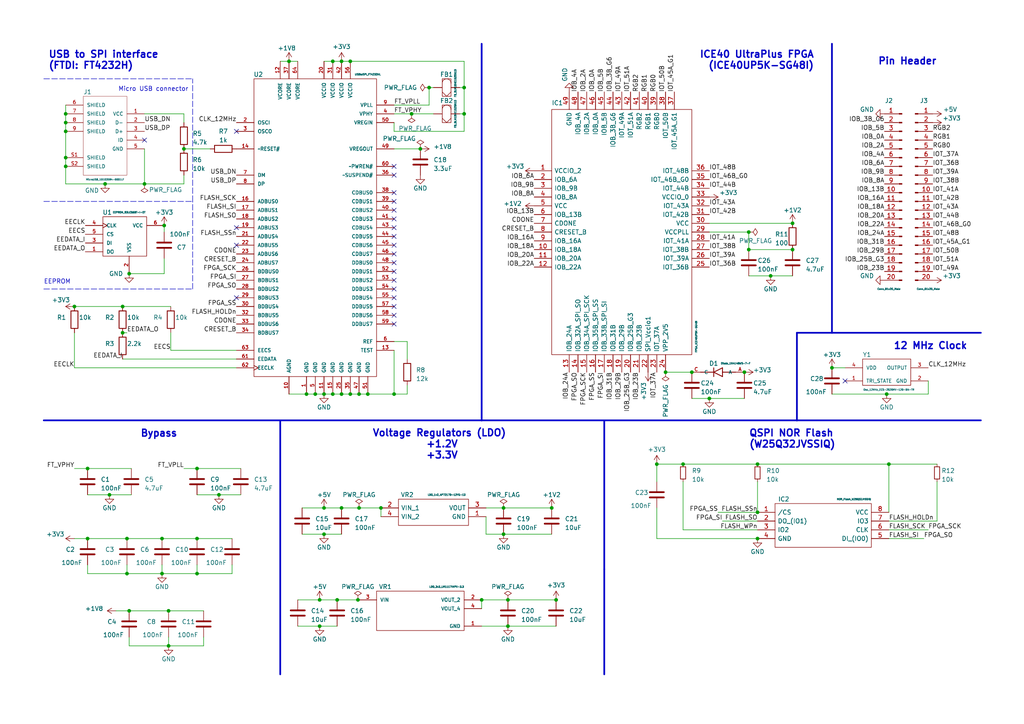
<source format=kicad_sch>
(kicad_sch (version 20210615) (generator eeschema)
  (paper "A4")
  (title_block (title "NB3 Hindbrain (FPGA) Board") (date "2021-07-09") (rev "0.0.1") (company "Voight-Kampff"))
  (junction (at 19.05 33.02) (diameter 0.9144))
  (junction (at 19.05 35.56) (diameter 0.9144))
  (junction (at 19.05 38.1) (diameter 0.9144))
  (junction (at 19.05 45.72) (diameter 0.9144))
  (junction (at 19.05 48.26) (diameter 0.9144))
  (junction (at 21.59 88.9) (diameter 0.9144))
  (junction (at 25.4 135.89) (diameter 0.9144))
  (junction (at 25.4 156.21) (diameter 0.9144))
  (junction (at 30.48 53.34) (diameter 0.9144))
  (junction (at 31.75 143.51) (diameter 0.9144))
  (junction (at 35.56 88.9) (diameter 0.9144))
  (junction (at 35.56 96.52) (diameter 0.9144))
  (junction (at 36.83 156.21) (diameter 0.9144))
  (junction (at 36.83 166.37) (diameter 0.9144))
  (junction (at 37.465 79.375) (diameter 0.9144))
  (junction (at 37.465 177.165) (diameter 0.9144))
  (junction (at 41.91 53.34) (diameter 0.9144))
  (junction (at 46.99 156.21) (diameter 0.9144))
  (junction (at 46.99 166.37) (diameter 0.9144))
  (junction (at 47.625 65.405) (diameter 0.9144))
  (junction (at 48.895 177.165) (diameter 0.9144))
  (junction (at 48.895 187.325) (diameter 0.9144))
  (junction (at 53.34 43.18) (diameter 0.9144))
  (junction (at 57.15 135.89) (diameter 0.9144))
  (junction (at 57.15 156.21) (diameter 0.9144))
  (junction (at 57.15 166.37) (diameter 0.9144))
  (junction (at 63.5 143.51) (diameter 0.9144))
  (junction (at 83.82 17.78) (diameter 0.9144))
  (junction (at 88.9 114.3) (diameter 0.9144))
  (junction (at 91.44 114.3) (diameter 0.9144))
  (junction (at 92.71 173.99) (diameter 0.9144))
  (junction (at 92.71 181.61) (diameter 0.9144))
  (junction (at 93.98 114.3) (diameter 0.9144))
  (junction (at 93.98 147.32) (diameter 0.9144))
  (junction (at 93.98 154.94) (diameter 0.9144))
  (junction (at 96.52 17.78) (diameter 0.9144))
  (junction (at 96.52 114.3) (diameter 0.9144))
  (junction (at 97.79 173.99) (diameter 0.9144))
  (junction (at 99.06 17.78) (diameter 0.9144))
  (junction (at 99.06 114.3) (diameter 0.9144))
  (junction (at 99.06 147.32) (diameter 0.9144))
  (junction (at 101.6 17.78) (diameter 0.9144))
  (junction (at 101.6 114.3) (diameter 0.9144))
  (junction (at 103.8148 173.99) (diameter 0.9144))
  (junction (at 104.14 114.3) (diameter 0.9144))
  (junction (at 104.14 147.32) (diameter 0.9144))
  (junction (at 106.68 114.3) (diameter 0.9144))
  (junction (at 110.49 147.32) (diameter 0.9144))
  (junction (at 114.3 114.3) (diameter 0.9144))
  (junction (at 119.38 33.02) (diameter 0.9144))
  (junction (at 121.92 43.18) (diameter 0.9144))
  (junction (at 124.46 25.4) (diameter 0.9144))
  (junction (at 134.62 25.4) (diameter 0.9144))
  (junction (at 134.62 33.02) (diameter 0.9144))
  (junction (at 139.7 173.99) (diameter 0.9144))
  (junction (at 146.05 147.32) (diameter 0.9144))
  (junction (at 146.05 154.94) (diameter 0.9144))
  (junction (at 147.32 173.99) (diameter 0.9144))
  (junction (at 147.32 181.61) (diameter 0.9144))
  (junction (at 160.02 147.32) (diameter 0.9144))
  (junction (at 161.29 173.99) (diameter 0.9144))
  (junction (at 190.5 134.62) (diameter 0.9144))
  (junction (at 193.04 107.95) (diameter 0.9144))
  (junction (at 198.12 134.62) (diameter 0.9144))
  (junction (at 200.66 107.95) (diameter 0.9144))
  (junction (at 205.74 115.57) (diameter 0.9144))
  (junction (at 215.9 107.95) (diameter 0.9144))
  (junction (at 217.17 67.31) (diameter 0.9144))
  (junction (at 217.17 72.39) (diameter 0.9144))
  (junction (at 219.71 134.62) (diameter 0.9144))
  (junction (at 219.71 148.59) (diameter 0.9144))
  (junction (at 219.71 156.21) (diameter 0.9144))
  (junction (at 223.52 80.01) (diameter 0.9144))
  (junction (at 229.87 64.77) (diameter 0.9144))
  (junction (at 229.87 72.39) (diameter 0.9144))
  (junction (at 241.3 106.68) (diameter 0.9144))
  (junction (at 257.175 114.3) (diameter 0.9144))
  (junction (at 257.81 134.62) (diameter 0.9144))
  (no_connect (at 41.91 40.64))
  (no_connect (at 68.58 38.1))
  (no_connect (at 68.58 66.04))
  (no_connect (at 68.58 71.12))
  (no_connect (at 68.58 86.36))
  (no_connect (at 114.3 48.26))
  (no_connect (at 114.3 50.8))
  (no_connect (at 114.3 55.88))
  (no_connect (at 114.3 58.42))
  (no_connect (at 114.3 60.96))
  (no_connect (at 114.3 63.5))
  (no_connect (at 114.3 66.04))
  (no_connect (at 114.3 68.58))
  (no_connect (at 114.3 71.12))
  (no_connect (at 114.3 73.66))
  (no_connect (at 114.3 76.2))
  (no_connect (at 114.3 78.74))
  (no_connect (at 114.3 81.28))
  (no_connect (at 114.3 83.82))
  (no_connect (at 114.3 86.36))
  (no_connect (at 114.3 88.9))
  (no_connect (at 114.3 91.44))
  (no_connect (at 114.3 93.98))
  (no_connect (at 245.11 110.49))
  (wire (pts (xy 19.05 30.48) (xy 19.05 33.02)))
  (wire (pts (xy 19.05 33.02) (xy 19.05 35.56)))
  (wire (pts (xy 19.05 35.56) (xy 19.05 38.1)))
  (wire (pts (xy 19.05 38.1) (xy 19.05 45.72)))
  (wire (pts (xy 19.05 45.72) (xy 19.05 48.26)))
  (wire (pts (xy 19.05 48.26) (xy 19.05 53.34)))
  (wire (pts (xy 19.05 53.34) (xy 30.48 53.34)))
  (wire (pts (xy 21.59 88.9) (xy 35.56 88.9)))
  (wire (pts (xy 21.59 96.52) (xy 21.59 106.68)))
  (wire (pts (xy 21.59 106.68) (xy 68.58 106.68)))
  (wire (pts (xy 21.59 135.89) (xy 25.4 135.89)))
  (wire (pts (xy 21.59 156.21) (xy 25.4 156.21)))
  (wire (pts (xy 25.4 135.89) (xy 38.1 135.89)))
  (wire (pts (xy 25.4 143.51) (xy 31.75 143.51)))
  (wire (pts (xy 25.4 156.21) (xy 36.83 156.21)))
  (wire (pts (xy 25.4 163.83) (xy 25.4 166.37)))
  (wire (pts (xy 25.4 166.37) (xy 36.83 166.37)))
  (wire (pts (xy 30.48 53.34) (xy 41.91 53.34)))
  (wire (pts (xy 31.75 143.51) (xy 38.1 143.51)))
  (wire (pts (xy 33.655 177.165) (xy 37.465 177.165)))
  (wire (pts (xy 35.56 88.9) (xy 49.53 88.9)))
  (wire (pts (xy 35.56 96.52) (xy 36.83 96.52)))
  (wire (pts (xy 35.56 104.14) (xy 68.58 104.14)))
  (wire (pts (xy 36.83 156.21) (xy 46.99 156.21)))
  (wire (pts (xy 36.83 163.83) (xy 36.83 166.37)))
  (wire (pts (xy 36.83 166.37) (xy 46.99 166.37)))
  (wire (pts (xy 37.465 177.165) (xy 48.895 177.165)))
  (wire (pts (xy 37.465 184.785) (xy 37.465 187.325)))
  (wire (pts (xy 37.465 187.325) (xy 48.895 187.325)))
  (wire (pts (xy 41.91 33.02) (xy 53.34 33.02)))
  (wire (pts (xy 41.91 53.34) (xy 41.91 43.18)))
  (wire (pts (xy 41.91 53.34) (xy 53.34 53.34)))
  (wire (pts (xy 46.99 156.21) (xy 57.15 156.21)))
  (wire (pts (xy 46.99 163.83) (xy 46.99 166.37)))
  (wire (pts (xy 46.99 166.37) (xy 57.15 166.37)))
  (wire (pts (xy 47.625 65.405) (xy 47.625 67.31)))
  (wire (pts (xy 47.625 74.93) (xy 47.625 79.375)))
  (wire (pts (xy 47.625 79.375) (xy 37.465 79.375)))
  (wire (pts (xy 48.895 177.165) (xy 59.055 177.165)))
  (wire (pts (xy 48.895 184.785) (xy 48.895 187.325)))
  (wire (pts (xy 48.895 187.325) (xy 59.055 187.325)))
  (wire (pts (xy 49.53 96.52) (xy 49.53 101.6)))
  (wire (pts (xy 49.53 101.6) (xy 68.58 101.6)))
  (wire (pts (xy 53.34 33.02) (xy 53.34 35.56)))
  (wire (pts (xy 53.34 43.18) (xy 60.96 43.18)))
  (wire (pts (xy 53.34 53.34) (xy 53.34 50.8)))
  (wire (pts (xy 53.34 135.89) (xy 57.15 135.89)))
  (wire (pts (xy 57.15 135.89) (xy 69.85 135.89)))
  (wire (pts (xy 57.15 143.51) (xy 63.5 143.51)))
  (wire (pts (xy 57.15 156.21) (xy 67.31 156.21)))
  (wire (pts (xy 57.15 166.37) (xy 57.15 163.83)))
  (wire (pts (xy 57.15 166.37) (xy 67.31 166.37)))
  (wire (pts (xy 59.055 184.785) (xy 59.055 187.325)))
  (wire (pts (xy 63.5 143.51) (xy 69.85 143.51)))
  (wire (pts (xy 67.31 166.37) (xy 67.31 163.83)))
  (wire (pts (xy 81.28 17.78) (xy 83.82 17.78)))
  (wire (pts (xy 83.82 17.78) (xy 86.36 17.78)))
  (wire (pts (xy 83.82 114.3) (xy 88.9 114.3)))
  (wire (pts (xy 86.36 173.99) (xy 92.71 173.99)))
  (wire (pts (xy 86.36 181.61) (xy 92.71 181.61)))
  (wire (pts (xy 87.63 147.32) (xy 93.98 147.32)))
  (wire (pts (xy 87.63 154.94) (xy 93.98 154.94)))
  (wire (pts (xy 88.9 114.3) (xy 91.44 114.3)))
  (wire (pts (xy 91.44 114.3) (xy 93.98 114.3)))
  (wire (pts (xy 92.71 173.99) (xy 97.79 173.99)))
  (wire (pts (xy 92.71 181.61) (xy 97.79 181.61)))
  (wire (pts (xy 93.98 17.78) (xy 96.52 17.78)))
  (wire (pts (xy 93.98 114.3) (xy 96.52 114.3)))
  (wire (pts (xy 93.98 147.32) (xy 99.06 147.32)))
  (wire (pts (xy 93.98 154.94) (xy 99.06 154.94)))
  (wire (pts (xy 96.52 17.78) (xy 99.06 17.78)))
  (wire (pts (xy 96.52 114.3) (xy 99.06 114.3)))
  (wire (pts (xy 97.79 173.99) (xy 103.8148 173.99)))
  (wire (pts (xy 99.06 17.78) (xy 101.6 17.78)))
  (wire (pts (xy 99.06 114.3) (xy 101.6 114.3)))
  (wire (pts (xy 99.06 147.32) (xy 104.14 147.32)))
  (wire (pts (xy 101.6 17.78) (xy 134.62 17.78)))
  (wire (pts (xy 101.6 114.3) (xy 104.14 114.3)))
  (wire (pts (xy 103.8148 173.99) (xy 104.14 173.99)))
  (wire (pts (xy 104.14 114.3) (xy 106.68 114.3)))
  (wire (pts (xy 104.14 147.32) (xy 110.49 147.32)))
  (wire (pts (xy 106.68 114.3) (xy 114.3 114.3)))
  (wire (pts (xy 110.49 147.32) (xy 110.49 149.86)))
  (wire (pts (xy 114.3 30.48) (xy 124.46 30.48)))
  (wire (pts (xy 114.3 33.02) (xy 119.38 33.02)))
  (wire (pts (xy 114.3 38.1) (xy 114.3 35.56)))
  (wire (pts (xy 114.3 43.18) (xy 121.92 43.18)))
  (wire (pts (xy 114.3 99.06) (xy 118.11 99.06)))
  (wire (pts (xy 114.3 114.3) (xy 114.3 101.6)))
  (wire (pts (xy 118.11 99.06) (xy 118.11 104.14)))
  (wire (pts (xy 118.11 111.76) (xy 118.11 114.3)))
  (wire (pts (xy 118.11 114.3) (xy 114.3 114.3)))
  (wire (pts (xy 119.38 33.02) (xy 125.73 33.02)))
  (wire (pts (xy 124.46 25.4) (xy 124.46 30.48)))
  (wire (pts (xy 125.73 25.4) (xy 124.46 25.4)))
  (wire (pts (xy 133.35 25.4) (xy 134.62 25.4)))
  (wire (pts (xy 133.35 33.02) (xy 134.62 33.02)))
  (wire (pts (xy 134.62 17.78) (xy 134.62 25.4)))
  (wire (pts (xy 134.62 25.4) (xy 134.62 33.02)))
  (wire (pts (xy 134.62 33.02) (xy 134.62 38.1)))
  (wire (pts (xy 134.62 38.1) (xy 114.3 38.1)))
  (wire (pts (xy 139.7 173.99) (xy 139.7 176.53)))
  (wire (pts (xy 139.7 173.99) (xy 147.32 173.99)))
  (wire (pts (xy 139.7 181.61) (xy 147.32 181.61)))
  (wire (pts (xy 140.97 147.32) (xy 146.05 147.32)))
  (wire (pts (xy 140.97 149.86) (xy 140.97 154.94)))
  (wire (pts (xy 140.97 154.94) (xy 146.05 154.94)))
  (wire (pts (xy 146.05 147.32) (xy 160.02 147.32)))
  (wire (pts (xy 146.05 154.94) (xy 160.02 154.94)))
  (wire (pts (xy 147.32 173.99) (xy 161.29 173.99)))
  (wire (pts (xy 147.32 181.61) (xy 161.29 181.61)))
  (wire (pts (xy 190.5 134.62) (xy 190.5 139.7)))
  (wire (pts (xy 190.5 147.32) (xy 190.5 156.21)))
  (wire (pts (xy 190.5 156.21) (xy 219.71 156.21)))
  (wire (pts (xy 193.04 107.95) (xy 200.66 107.95)))
  (wire (pts (xy 198.12 134.62) (xy 190.5 134.62)))
  (wire (pts (xy 198.12 134.62) (xy 219.71 134.62)))
  (wire (pts (xy 198.12 153.67) (xy 198.12 139.7)))
  (wire (pts (xy 200.66 115.57) (xy 205.74 115.57)))
  (wire (pts (xy 205.74 64.77) (xy 229.87 64.77)))
  (wire (pts (xy 205.74 67.31) (xy 217.17 67.31)))
  (wire (pts (xy 205.74 115.57) (xy 215.9 115.57)))
  (wire (pts (xy 208.28 148.59) (xy 219.71 148.59)))
  (wire (pts (xy 209.55 151.13) (xy 219.71 151.13)))
  (wire (pts (xy 217.17 67.31) (xy 217.17 72.39)))
  (wire (pts (xy 217.17 72.39) (xy 229.87 72.39)))
  (wire (pts (xy 217.17 80.01) (xy 223.52 80.01)))
  (wire (pts (xy 219.71 134.62) (xy 257.81 134.62)))
  (wire (pts (xy 219.71 139.7) (xy 219.71 148.59)))
  (wire (pts (xy 219.71 153.67) (xy 198.12 153.67)))
  (wire (pts (xy 223.52 80.01) (xy 229.87 80.01)))
  (wire (pts (xy 241.3 106.68) (xy 245.11 106.68)))
  (wire (pts (xy 241.3 114.3) (xy 257.175 114.3)))
  (wire (pts (xy 257.175 114.3) (xy 269.24 114.3)))
  (wire (pts (xy 257.81 134.62) (xy 271.78 134.62)))
  (wire (pts (xy 257.81 148.59) (xy 257.81 134.62)))
  (wire (pts (xy 257.81 151.13) (xy 271.78 151.13)))
  (wire (pts (xy 257.81 153.67) (xy 269.24 153.67)))
  (wire (pts (xy 257.81 156.21) (xy 267.97 156.21)))
  (wire (pts (xy 269.24 114.3) (xy 269.24 110.49)))
  (wire (pts (xy 271.78 139.7) (xy 271.78 151.13)))
  (polyline (pts (xy 12.7 22.86) (xy 55.88 22.86)) (stroke (width 0) (type dash)))
  (polyline (pts (xy 12.7 58.42) (xy 55.88 58.42)) (stroke (width 0) (type dash)))
  (polyline (pts (xy 12.7 83.82) (xy 55.88 83.82)) (stroke (width 0) (type dash)))
  (polyline (pts (xy 12.7 121.92) (xy 139.7 121.92)) (stroke (width 0.5) (type solid)))
  (polyline (pts (xy 55.88 58.42) (xy 55.88 22.86)) (stroke (width 0) (type dash)))
  (polyline (pts (xy 55.88 83.82) (xy 55.88 58.42)) (stroke (width 0) (type dash)))
  (polyline (pts (xy 81.28 195.58) (xy 81.28 121.92)) (stroke (width 0.5) (type solid)))
  (polyline (pts (xy 139.7 12.7) (xy 139.7 121.92)) (stroke (width 0.5) (type solid)))
  (polyline (pts (xy 139.7 121.92) (xy 231.14 121.92)) (stroke (width 0.5) (type solid)))
  (polyline (pts (xy 175.26 121.92) (xy 175.26 165.1)) (stroke (width 0.5) (type solid)))
  (polyline (pts (xy 175.26 165.1) (xy 175.26 195.58)) (stroke (width 0.5) (type solid)))
  (polyline (pts (xy 231.14 96.52) (xy 241.3 96.52)) (stroke (width 0.5) (type solid)))
  (polyline (pts (xy 231.14 121.92) (xy 231.14 96.52)) (stroke (width 0.5) (type solid)))
  (polyline (pts (xy 231.14 121.92) (xy 284.48 121.92)) (stroke (width 0.5) (type solid)))
  (polyline (pts (xy 241.3 12.7) (xy 241.3 96.52)) (stroke (width 0.5) (type solid)))
  (polyline (pts (xy 241.3 96.52) (xy 284.48 96.52)) (stroke (width 0.5) (type solid)))
  (text "EEPROM" (at 12.7 82.55 0) (effects (font (size 1.27 1.27)) (justify left bottom)))
  (text "USB to SPI interface\n(FTDI: FT4232H)" (at 13.97 20.32 0) (effects (font (size 2 2) (thickness 0.4) bold) (justify left bottom)))
  (text "Micro USB connector" (at 34.29 26.67 0) (effects (font (size 1.27 1.27)) (justify left bottom)))
  (text "Bypass" (at 40.64 127 0) (effects (font (size 2 2) (thickness 0.4) bold) (justify left bottom)))
  (text "Voltage Regulators (LDO)\n  		+1.2V\n  		+3.3V" (at 107.95 133.35 0) (effects (font (size 2 2) (thickness 0.4) bold) (justify left bottom)))
  (text "QSPI NOR Flash\n(W25Q32JVSSIQ)" (at 217.17 130.175 0) (effects (font (size 2 2) (thickness 0.4) bold) (justify left bottom)))
  (text "ICE40 UltraPlus FPGA\n(ICE40UP5K-SG48I)" (at 236.22 20.32 180) (effects (font (size 2 2) (thickness 0.4) bold) (justify right bottom)))
  (text "Pin Header" (at 271.78 19.05 180) (effects (font (size 2 2) (thickness 0.4) bold) (justify right bottom)))
  (text "12 MHz Clock" (at 280.67 101.6 180) (effects (font (size 2 2) (thickness 0.4) bold) (justify right bottom)))
  (label "EECLK" (at 21.59 106.68 180))
  (label "FT_VPHY" (at 21.59 135.89 180))
  (label "EECLK" (at 24.765 65.405 180))
  (label "EECS" (at 24.765 67.945 180))
  (label "EEDATA_I" (at 24.765 70.485 180))
  (label "EEDATA_O" (at 24.765 73.025 180))
  (label "EEDATA_I" (at 35.56 104.14 180))
  (label "EEDATA_O" (at 36.83 96.52 0))
  (label "USB_DN" (at 41.91 35.56 0))
  (label "USB_DP" (at 41.91 38.1 0))
  (label "EECS" (at 49.53 101.6 180))
  (label "FT_VPLL" (at 53.34 135.89 180))
  (label "CLK_12MHz" (at 68.58 35.56 180))
  (label "USB_DN" (at 68.58 50.8 180))
  (label "USB_DP" (at 68.58 53.34 180))
  (label "FLASH_SCK" (at 68.58 58.42 180))
  (label "FLASH_SI" (at 68.58 60.96 180))
  (label "FLASH_SO" (at 68.58 63.5 180))
  (label "FLASH_SSn" (at 68.58 68.58 180))
  (label "CDONE" (at 68.58 73.66 180))
  (label "CRESET_B" (at 68.58 76.2 180))
  (label "FPGA_SCK" (at 68.58 78.74 180))
  (label "FPGA_SI" (at 68.58 81.28 180))
  (label "FPGA_SO" (at 68.58 83.82 180))
  (label "FPGA_SS" (at 68.58 88.9 180))
  (label "FLASH_HOLDn" (at 68.58 91.44 180))
  (label "CDONE" (at 68.58 93.98 180))
  (label "CRESET_B" (at 68.58 96.52 180))
  (label "FT_VPLL" (at 114.3 30.48 0))
  (label "FT_VPHY" (at 114.3 33.02 0))
  (label "IOB_6A" (at 154.94 52.07 180))
  (label "IOB_9B" (at 154.94 54.61 180))
  (label "IOB_8A" (at 154.94 57.15 180))
  (label "IOB_13B" (at 154.94 62.23 180))
  (label "CDONE" (at 154.94 64.77 180))
  (label "CRESET_B" (at 154.94 67.31 180))
  (label "IOB_16A" (at 154.94 69.85 180))
  (label "IOB_18A" (at 154.94 72.39 180))
  (label "IOB_20A" (at 154.94 74.93 180))
  (label "IOB_22A" (at 154.94 77.47 180))
  (label "IOB_24A" (at 165.1 107.95 270))
  (label "IOB_4A" (at 167.64 26.67 90))
  (label "FPGA_SO" (at 167.64 107.95 270))
  (label "IOB_2A" (at 170.18 26.67 90))
  (label "FPGA_SCK" (at 170.18 107.95 270))
  (label "IOB_0A" (at 172.72 26.67 90))
  (label "FPGA_SS" (at 172.72 107.95 270))
  (label "IOB_5B" (at 175.26 26.67 90))
  (label "FPGA_SI" (at 175.26 107.95 270))
  (label "IOB_3B_G6" (at 177.8 26.67 90))
  (label "IOB_31B" (at 177.8 107.95 270))
  (label "IOT_49A" (at 180.34 26.67 90))
  (label "IOB_29B" (at 180.34 107.95 270))
  (label "IOT_51A" (at 182.88 26.67 90))
  (label "IOB_25B_G3" (at 182.88 107.95 270))
  (label "RGB2" (at 185.42 26.67 90))
  (label "IOB_23B" (at 185.42 107.95 270))
  (label "RGB1" (at 187.96 26.67 90))
  (label "RGB0" (at 190.5 26.67 90))
  (label "IOT_37A" (at 190.5 107.95 270))
  (label "IOT_50B" (at 193.04 26.67 90))
  (label "IOT_45A_G1" (at 195.58 26.67 90))
  (label "IOT_48B" (at 205.74 49.53 0))
  (label "IOT_46B_G0" (at 205.74 52.07 0))
  (label "IOT_44B" (at 205.74 54.61 0))
  (label "IOT_43A" (at 205.74 59.69 0))
  (label "IOT_42B" (at 205.74 62.23 0))
  (label "IOT_41A" (at 205.74 69.85 0))
  (label "IOT_38B" (at 205.74 72.39 0))
  (label "IOT_39A" (at 205.74 74.93 0))
  (label "IOT_36B" (at 205.74 77.47 0))
  (label "FPGA_SS" (at 208.28 148.59 180))
  (label "FPGA_SI" (at 209.55 151.13 180))
  (label "FLASH_SSn" (at 219.71 148.59 180))
  (label "FLASH_SO" (at 219.71 151.13 180))
  (label "FLASH_WPn" (at 219.71 153.67 180))
  (label "IOB_3B_G6" (at 256.54 35.56 180))
  (label "IOB_5B" (at 256.54 38.1 180))
  (label "IOB_0A" (at 256.54 40.64 180))
  (label "IOB_2A" (at 256.54 43.18 180))
  (label "IOB_4A" (at 256.54 45.72 180))
  (label "IOB_6A" (at 256.54 48.26 180))
  (label "IOB_9B" (at 256.54 50.8 180))
  (label "IOB_8A" (at 256.54 53.34 180))
  (label "IOB_13B" (at 256.54 55.88 180))
  (label "IOB_16A" (at 256.54 58.42 180))
  (label "IOB_18A" (at 256.54 60.96 180))
  (label "IOB_20A" (at 256.54 63.5 180))
  (label "IOB_22A" (at 256.54 66.04 180))
  (label "IOB_24A" (at 256.54 68.58 180))
  (label "IOB_31B" (at 256.54 71.12 180))
  (label "IOB_29B" (at 256.54 73.66 180))
  (label "IOB_25B_G3" (at 256.54 76.2 180))
  (label "IOB_23B" (at 256.54 78.74 180))
  (label "FLASH_HOLDn" (at 257.81 151.13 0))
  (label "FLASH_SCK" (at 257.81 153.67 0))
  (label "FLASH_SI" (at 257.81 156.21 0))
  (label "FPGA_SO" (at 267.97 156.21 0))
  (label "CLK_12MHz" (at 269.24 106.68 0))
  (label "FPGA_SCK" (at 269.24 153.67 0))
  (label "RGB2" (at 270.51 38.1 0))
  (label "RGB1" (at 270.51 40.64 0))
  (label "RGB0" (at 270.51 43.18 0))
  (label "IOT_37A" (at 270.51 45.72 0))
  (label "IOT_36B" (at 270.51 48.26 0))
  (label "IOT_39A" (at 270.51 50.8 0))
  (label "IOT_38B" (at 270.51 53.34 0))
  (label "IOT_41A" (at 270.51 55.88 0))
  (label "IOT_42B" (at 270.51 58.42 0))
  (label "IOT_43A" (at 270.51 60.96 0))
  (label "IOT_44B" (at 270.51 63.5 0))
  (label "IOT_46B_G0" (at 270.51 66.04 0))
  (label "IOT_48B" (at 270.51 68.58 0))
  (label "IOT_45A_G1" (at 270.51 71.12 0))
  (label "IOT_50B" (at 270.51 73.66 0))
  (label "IOT_51A" (at 270.51 76.2 0))
  (label "IOT_49A" (at 270.51 78.74 0))
  (symbol (lib_id "power:+3V3") (at 21.59 88.9 90) (unit 1)
    (property "Reference" "#PWR01" (effects hide))
    (property "Value" "+3V3" (at 20.32 86.9949 90) (effects (justify left)))
  )
  (symbol (lib_id "power:+3V3") (at 21.59 156.21 90) (unit 1)
    (property "Reference" "#PWR02" (effects hide))
    (property "Value" "+3V3" (at 16.0654 154.94 90))
  )
  (symbol (lib_id "power:+1V8") (at 33.655 177.165 90) (unit 1)
    (property "Reference" "#PWR05" (effects hide))
    (property "Value" "+1V8" (at 27.305 176.5301 90))
  )
  (symbol (lib_id "power:+3V3") (at 47.625 65.405 0) (unit 1)
    (property "Reference" "#PWR08" (effects hide))
    (property "Value" "+3V3" (at 47.625 61.595 0))
  )
  (symbol (lib_id "power:+1V8") (at 83.82 17.78 0) (unit 1)
    (property "Reference" "#PWR011" (effects hide))
    (property "Value" "+1V8" (at 83.1849 13.97 0))
  )
  (symbol (lib_id "power:+5V") (at 92.71 173.99 0) (unit 1)
    (property "Reference" "#PWR012" (effects hide))
    (property "Value" "+5V" (at 92.71 170.18 0))
  )
  (symbol (lib_id "power:+5V") (at 93.98 147.32 0) (unit 1)
    (property "Reference" "#PWR015" (effects hide))
    (property "Value" "+5V" (at 93.98 143.51 0))
  )
  (symbol (lib_id "power:+3V3") (at 99.06 17.78 0) (unit 1)
    (property "Reference" "#PWR017" (effects hide))
    (property "Value" "+3V3" (at 99.06 13.5254 0))
  )
  (symbol (lib_id "power:+1V8") (at 121.92 43.18 270) (unit 1)
    (property "Reference" "#PWR018" (effects hide))
    (property "Value" "+1V8" (at 125.73 42.5449 90) (effects (justify left)))
  )
  (symbol (lib_id "power:+3V3") (at 154.94 49.53 90) (unit 1)
    (property "Reference" "#PWR022" (effects hide))
    (property "Value" "+3V3" (at 149.4154 48.26 90))
  )
  (symbol (lib_id "power:+1V2") (at 154.94 59.69 90) (unit 1)
    (property "Reference" "#PWR023" (effects hide))
    (property "Value" "+1V2" (at 146.05 59.0549 90) (effects (justify right)))
  )
  (symbol (lib_id "power:+1V2") (at 160.02 147.32 0) (unit 1)
    (property "Reference" "#PWR024" (effects hide))
    (property "Value" "+1V2" (at 160.02 143.51 0))
  )
  (symbol (lib_id "power:+3V3") (at 161.29 173.99 0) (unit 1)
    (property "Reference" "#PWR025" (effects hide))
    (property "Value" "+3V3" (at 161.29 169.7354 0))
  )
  (symbol (lib_id "power:+3V3") (at 187.96 107.95 180) (unit 1)
    (property "Reference" "#PWR027" (effects hide))
    (property "Value" "+3V3" (at 186.69 113.4746 90))
  )
  (symbol (lib_id "power:+3V3") (at 190.5 134.62 0) (unit 1)
    (property "Reference" "#PWR028" (effects hide))
    (property "Value" "+3V3" (at 190.5 130.3654 0))
  )
  (symbol (lib_id "power:+3V3") (at 205.74 57.15 270) (unit 1)
    (property "Reference" "#PWR029" (effects hide))
    (property "Value" "+3V3" (at 211.2646 55.88 90))
  )
  (symbol (lib_id "power:+3V3") (at 215.9 107.95 270) (unit 1)
    (property "Reference" "#PWR031" (effects hide))
    (property "Value" "+3V3" (at 218.44 107.3149 90) (effects (justify left)))
  )
  (symbol (lib_id "power:+1V2") (at 229.87 64.77 0) (unit 1)
    (property "Reference" "#PWR034" (effects hide))
    (property "Value" "+1V2" (at 229.87 60.96 0))
  )
  (symbol (lib_id "power:+3V3") (at 241.3 106.68 0) (unit 1)
    (property "Reference" "#PWR035" (effects hide))
    (property "Value" "+3V3" (at 241.3 102.87 0))
  )
  (symbol (lib_id "power:+5V") (at 270.51 33.02 270) (unit 1)
    (property "Reference" "#PWR039" (effects hide))
    (property "Value" "+5V" (at 275.59 31.75 90))
  )
  (symbol (lib_id "power:+3V3") (at 270.51 35.56 270) (unit 1)
    (property "Reference" "#PWR040" (effects hide))
    (property "Value" "+3V3" (at 276.0346 34.29 90))
  )
  (symbol (lib_id "power:+3V3") (at 270.51 81.28 270) (unit 1)
    (property "Reference" "#PWR041" (effects hide))
    (property "Value" "+3V3" (at 276.0346 80.01 90))
  )
  (symbol (lib_id "power:PWR_FLAG") (at 41.91 53.34 180) (unit 1)
    (property "Reference" "#FLG01" (effects hide))
    (property "Value" "PWR_FLAG" (at 43.18 55.0544 0) (effects (justify right)))
  )
  (symbol (lib_id "power:PWR_FLAG") (at 103.8148 173.99 0) (unit 1)
    (property "Reference" "#FLG02" (effects hide))
    (property "Value" "PWR_FLAG" (at 103.8148 170.18 0))
  )
  (symbol (lib_id "power:PWR_FLAG") (at 104.14 147.32 0) (unit 1)
    (property "Reference" "#FLG03" (effects hide))
    (property "Value" "PWR_FLAG" (at 104.14 143.51 0))
  )
  (symbol (lib_id "power:PWR_FLAG") (at 119.38 33.02 180) (unit 1)
    (property "Reference" "#FLG04" (effects hide))
    (property "Value" "PWR_FLAG" (at 115.57 37.2744 0) (effects (justify right)))
  )
  (symbol (lib_id "power:PWR_FLAG") (at 121.92 43.18 0) (unit 1)
    (property "Reference" "#FLG05" (effects hide))
    (property "Value" "PWR_FLAG" (at 120.65 40.1956 0) (effects (justify right)))
  )
  (symbol (lib_id "power:PWR_FLAG") (at 124.46 25.4 90) (unit 1)
    (property "Reference" "#FLG06" (effects hide))
    (property "Value" "PWR_FLAG" (at 111.3156 25.4 90) (effects (justify right)))
  )
  (symbol (lib_id "power:PWR_FLAG") (at 146.05 147.32 0) (unit 1)
    (property "Reference" "#FLG07" (effects hide))
    (property "Value" "PWR_FLAG" (at 146.05 143.51 0))
  )
  (symbol (lib_id "power:PWR_FLAG") (at 147.32 173.99 0) (unit 1)
    (property "Reference" "#FLG08" (effects hide))
    (property "Value" "PWR_FLAG" (at 147.32 170.18 0))
  )
  (symbol (lib_id "power:PWR_FLAG") (at 193.04 107.95 180) (unit 1)
    (property "Reference" "#FLG09" (effects hide))
    (property "Value" "PWR_FLAG" (at 193.04 121.0944 90) (effects (justify right)))
  )
  (symbol (lib_id "power:PWR_FLAG") (at 217.17 67.31 270) (unit 1)
    (property "Reference" "#FLG010" (effects hide))
    (property "Value" "PWR_FLAG" (at 223.9644 69.85 90) (effects (justify right)))
  )
  (symbol (lib_id "power:GND") (at 30.48 53.34 0) (unit 1)
    (property "Reference" "#PWR03" (effects hide))
    (property "Value" "GND" (at 26.67 55.245 0))
  )
  (symbol (lib_id "power:GND") (at 31.75 143.51 0) (unit 1)
    (property "Reference" "#PWR04" (effects hide))
    (property "Value" "GND" (at 31.75 147.32 0))
  )
  (symbol (lib_id "power:GND") (at 37.465 79.375 0) (unit 1)
    (property "Reference" "#PWR06" (effects hide))
    (property "Value" "GND" (at 33.655 79.375 0))
  )
  (symbol (lib_id "power:GND") (at 46.99 166.37 0) (unit 1)
    (property "Reference" "#PWR07" (effects hide))
    (property "Value" "GND" (at 46.99 170.18 0))
  )
  (symbol (lib_id "power:GND") (at 48.895 187.325 0) (unit 1)
    (property "Reference" "#PWR09" (effects hide))
    (property "Value" "GND" (at 48.895 191.135 0))
  )
  (symbol (lib_id "power:GND") (at 63.5 143.51 0) (unit 1)
    (property "Reference" "#PWR010" (effects hide))
    (property "Value" "GND" (at 63.5 147.32 0))
  )
  (symbol (lib_id "power:GND") (at 92.71 181.61 0) (unit 1)
    (property "Reference" "#PWR013" (effects hide))
    (property "Value" "GND" (at 92.71 185.42 0))
  )
  (symbol (lib_id "power:GND") (at 93.98 114.3 0) (unit 1)
    (property "Reference" "#PWR014" (effects hide))
    (property "Value" "GND" (at 93.98 118.11 0))
  )
  (symbol (lib_id "power:GND") (at 93.98 154.94 0) (unit 1)
    (property "Reference" "#PWR016" (effects hide))
    (property "Value" "GND" (at 93.98 158.75 0))
  )
  (symbol (lib_id "power:GND") (at 121.92 50.8 0) (unit 1)
    (property "Reference" "#PWR019" (effects hide))
    (property "Value" "GND" (at 121.92 54.61 0))
  )
  (symbol (lib_id "power:GND") (at 146.05 154.94 0) (unit 1)
    (property "Reference" "#PWR020" (effects hide))
    (property "Value" "GND" (at 146.05 158.75 0))
  )
  (symbol (lib_id "power:GND") (at 147.32 181.61 0) (unit 1)
    (property "Reference" "#PWR021" (effects hide))
    (property "Value" "GND" (at 147.32 185.42 0))
  )
  (symbol (lib_id "power:GND") (at 165.1 26.67 180) (unit 1)
    (property "Reference" "#PWR026" (effects hide))
    (property "Value" "GND" (at 163.83 23.6854 90) (effects (justify right)))
  )
  (symbol (lib_id "power:GND") (at 205.74 115.57 0) (unit 1)
    (property "Reference" "#PWR030" (effects hide))
    (property "Value" "GND" (at 205.74 119.38 0))
  )
  (symbol (lib_id "power:GND") (at 219.71 156.21 0) (unit 1)
    (property "Reference" "#PWR032" (effects hide))
    (property "Value" "GND" (at 219.71 160.02 0))
  )
  (symbol (lib_id "power:GND") (at 223.52 80.01 0) (unit 1)
    (property "Reference" "#PWR033" (effects hide))
    (property "Value" "GND" (at 223.52 83.82 0))
  )
  (symbol (lib_id "power:GND") (at 256.54 33.02 270) (unit 1)
    (property "Reference" "#PWR036" (effects hide))
    (property "Value" "GND" (at 251.46 31.75 90))
  )
  (symbol (lib_id "power:GND") (at 256.54 81.28 270) (unit 1)
    (property "Reference" "#PWR037" (effects hide))
    (property "Value" "GND" (at 251.46 80.01 90))
  )
  (symbol (lib_id "power:GND") (at 257.175 114.3 0) (unit 1)
    (property "Reference" "#PWR038" (effects hide))
    (property "Value" "GND" (at 257.175 118.11 0))
  )
  (symbol (lib_id "Device:R_Small") (at 198.12 137.16 0) (unit 1)
    (property "Reference" "R9" (at 200.66 136.5249 0) (effects (justify left)))
    (property "Value" "10k" (at 200.66 139.0649 0) (effects (justify left)))
  )
  (symbol (lib_id "Device:R_Small") (at 219.71 137.16 0) (unit 1)
    (property "Reference" "R10" (at 222.25 136.5249 0) (effects (justify left)))
    (property "Value" "10k" (at 222.25 139.0649 0) (effects (justify left)))
  )
  (symbol (lib_id "Device:R_Small") (at 271.78 137.16 180) (unit 1)
    (property "Reference" "R12" (at 273.05 136.5249 0) (effects (justify right)))
    (property "Value" "10k" (at 273.05 139.0649 0) (effects (justify right)))
  )
  (symbol (lib_id "Device:R") (at 21.59 92.71 0) (unit 1)
    (property "Reference" "R1" (at 16.51 92.0749 0) (effects (justify left)))
    (property "Value" "10k" (at 22.86 92.0749 0) (effects (justify left)))
    (property "Footprint" "Resistor_SMD:R_0402_1005Metric" (effects hide))
  )
  (symbol (lib_id "Device:R") (at 35.56 92.71 0) (unit 1)
    (property "Reference" "R2" (at 30.48 92.0749 0) (effects (justify left)))
    (property "Value" "10k" (at 36.83 92.0749 0) (effects (justify left)))
    (property "Footprint" "Resistor_SMD:R_0402_1005Metric" (effects hide))
  )
  (symbol (lib_id "Device:R") (at 35.56 100.33 0) (unit 1)
    (property "Reference" "R3" (at 30.48 99.6949 0) (effects (justify left)))
    (property "Value" "2.2k" (at 36.83 99.6949 0) (effects (justify left)))
    (property "Footprint" "Resistor_SMD:R_0402_1005Metric" (effects hide))
  )
  (symbol (lib_id "Device:R") (at 49.53 92.71 0) (unit 1)
    (property "Reference" "R4" (at 44.45 92.0749 0) (effects (justify left)))
    (property "Value" "10k" (at 50.8 92.0749 0) (effects (justify left)))
    (property "Footprint" "Resistor_SMD:R_0402_1005Metric" (effects hide))
  )
  (symbol (lib_id "Device:R") (at 53.34 39.37 0) (unit 1)
    (property "Reference" "R5" (at 55.88 38.7349 0) (effects (justify left)))
    (property "Value" "4.7k" (at 55.88 41.2749 0) (effects (justify left)))
    (property "Footprint" "Resistor_SMD:R_0402_1005Metric" (effects hide))
  )
  (symbol (lib_id "Device:R") (at 53.34 46.99 0) (unit 1)
    (property "Reference" "R6" (at 55.88 46.3549 0) (effects (justify left)))
    (property "Value" "10k" (at 55.88 48.8949 0) (effects (justify left)))
    (property "Footprint" "Resistor_SMD:R_0402_1005Metric" (effects hide))
  )
  (symbol (lib_id "Device:R") (at 64.77 43.18 90) (unit 1)
    (property "Reference" "R7" (at 64.77 38.1 90))
    (property "Value" "1k" (at 64.77 40.64 90))
    (property "Footprint" "Resistor_SMD:R_0402_1005Metric" (effects hide))
  )
  (symbol (lib_id "Device:R") (at 118.11 107.95 0) (unit 1)
    (property "Reference" "R8" (at 120.65 107.3149 0) (effects (justify left)))
    (property "Value" "12k" (at 120.65 109.8549 0) (effects (justify left)))
    (property "Footprint" "Resistor_SMD:R_0402_1005Metric" (effects hide))
  )
  (symbol (lib_id "Device:R") (at 229.87 68.58 0) (unit 1)
    (property "Reference" "R11" (at 224.79 67.9449 0) (effects (justify left)))
    (property "Value" "100" (at 224.79 70.4849 0) (effects (justify left)))
  )
  (symbol (lib_id "Device:C") (at 25.4 139.7 0) (unit 1)
    (property "Reference" "C1" (at 29.21 139.0649 0) (effects (justify left)))
    (property "Value" "100nF" (at 29.21 141.6049 0) (effects (justify left)))
  )
  (symbol (lib_id "Device:C") (at 25.4 160.02 180) (unit 1)
    (property "Reference" "C2" (at 19.05 159.3849 0) (effects (justify right)))
    (property "Value" "100nF" (at 17.78 163.1949 0) (effects (justify right)))
    (property "Footprint" "Capacitor_SMD:C_0402_1005Metric" (effects hide))
  )
  (symbol (lib_id "Device:C") (at 36.83 160.02 180) (unit 1)
    (property "Reference" "C3" (at 30.48 159.3849 0) (effects (justify right)))
    (property "Value" "100nF" (at 29.21 163.1949 0) (effects (justify right)))
    (property "Footprint" "Capacitor_SMD:C_0402_1005Metric" (effects hide))
  )
  (symbol (lib_id "Device:C") (at 37.465 180.975 180) (unit 1)
    (property "Reference" "C4" (at 31.115 180.3399 0) (effects (justify right)))
    (property "Value" "100nF" (at 29.845 184.1499 0) (effects (justify right)))
    (property "Footprint" "Capacitor_SMD:C_0402_1005Metric" (effects hide))
  )
  (symbol (lib_id "Device:C") (at 38.1 139.7 0) (unit 1)
    (property "Reference" "C5" (at 41.91 139.0649 0) (effects (justify left)))
    (property "Value" "4.7uF" (at 41.91 141.6049 0) (effects (justify left)))
  )
  (symbol (lib_id "Device:C") (at 46.99 160.02 180) (unit 1)
    (property "Reference" "C6" (at 40.64 159.3849 0) (effects (justify right)))
    (property "Value" "100nF" (at 39.37 163.1949 0) (effects (justify right)))
    (property "Footprint" "Capacitor_SMD:C_0402_1005Metric" (effects hide))
  )
  (symbol (lib_id "Device:C") (at 47.625 71.12 0) (unit 1)
    (property "Reference" "C7" (at 53.975 71.7551 0) (effects (justify right)))
    (property "Value" "100nF" (at 55.245 67.9451 0) (effects (justify right)))
    (property "Footprint" "Capacitor_SMD:C_0402_1005Metric" (effects hide))
  )
  (symbol (lib_id "Device:C") (at 48.895 180.975 180) (unit 1)
    (property "Reference" "C8" (at 42.545 180.3399 0) (effects (justify right)))
    (property "Value" "100nF" (at 41.275 184.1499 0) (effects (justify right)))
    (property "Footprint" "Capacitor_SMD:C_0402_1005Metric" (effects hide))
  )
  (symbol (lib_id "Device:C") (at 57.15 139.7 0) (unit 1)
    (property "Reference" "C9" (at 60.96 139.0649 0) (effects (justify left)))
    (property "Value" "100nF" (at 60.96 141.6049 0) (effects (justify left)))
  )
  (symbol (lib_id "Device:C") (at 57.15 160.02 180) (unit 1)
    (property "Reference" "C10" (at 50.8 159.3849 0) (effects (justify right)))
    (property "Value" "100nF" (at 49.53 163.1949 0) (effects (justify right)))
    (property "Footprint" "Capacitor_SMD:C_0402_1005Metric" (effects hide))
  )
  (symbol (lib_id "Device:C") (at 59.055 180.975 180) (unit 1)
    (property "Reference" "C11" (at 52.705 180.3399 0) (effects (justify right)))
    (property "Value" "100nF" (at 51.435 184.1499 0) (effects (justify right)))
    (property "Footprint" "Capacitor_SMD:C_0402_1005Metric" (effects hide))
  )
  (symbol (lib_id "Device:C") (at 67.31 160.02 180) (unit 1)
    (property "Reference" "C12" (at 60.96 159.3849 0) (effects (justify right)))
    (property "Value" "100nF" (at 59.69 163.1949 0) (effects (justify right)))
    (property "Footprint" "Capacitor_SMD:C_0402_1005Metric" (effects hide))
  )
  (symbol (lib_id "Device:C") (at 69.85 139.7 0) (unit 1)
    (property "Reference" "C13" (at 73.66 139.0649 0) (effects (justify left)))
    (property "Value" "4.7uF" (at 73.66 141.6049 0) (effects (justify left)))
  )
  (symbol (lib_id "Device:C") (at 86.36 177.8 0) (unit 1)
    (property "Reference" "C14" (at 90.17 177.1649 0) (effects (justify left)))
    (property "Value" "10uF" (at 90.17 179.7049 0) (effects (justify left)))
    (property "Footprint" "Capacitor_SMD:C_0603_1608Metric" (effects hide))
  )
  (symbol (lib_id "Device:C") (at 87.63 151.13 0) (unit 1)
    (property "Reference" "C15" (at 91.44 150.4949 0) (effects (justify left)))
    (property "Value" "10uF" (at 91.44 153.0349 0) (effects (justify left)))
    (property "Footprint" "Capacitor_SMD:C_0603_1608Metric" (effects hide))
  )
  (symbol (lib_id "Device:C") (at 97.79 177.8 0) (unit 1)
    (property "Reference" "C16" (at 101.6 177.1649 0) (effects (justify left)))
    (property "Value" "100nF" (at 101.6 179.7049 0) (effects (justify left)))
    (property "Footprint" "Capacitor_SMD:C_0402_1005Metric" (effects hide))
  )
  (symbol (lib_id "Device:C") (at 99.06 151.13 0) (unit 1)
    (property "Reference" "C17" (at 102.87 150.4949 0) (effects (justify left)))
    (property "Value" "100nF" (at 102.87 153.0349 0) (effects (justify left)))
    (property "Footprint" "Capacitor_SMD:C_0402_1005Metric" (effects hide))
  )
  (symbol (lib_id "Device:C") (at 121.92 46.99 180) (unit 1)
    (property "Reference" "C18" (at 125.73 46.3549 0) (effects (justify right)))
    (property "Value" "3.3uF" (at 125.73 48.8949 0) (effects (justify right)))
    (property "Footprint" "Capacitor_SMD:C_0603_1608Metric" (effects hide))
  )
  (symbol (lib_id "Device:C") (at 146.05 151.13 0) (unit 1)
    (property "Reference" "C19" (at 149.86 150.4949 0) (effects (justify left)))
    (property "Value" "100nF" (at 149.86 153.0349 0) (effects (justify left)))
    (property "Footprint" "Capacitor_SMD:C_0402_1005Metric" (effects hide))
  )
  (symbol (lib_id "Device:C") (at 147.32 177.8 0) (unit 1)
    (property "Reference" "C20" (at 151.13 177.1649 0) (effects (justify left)))
    (property "Value" "100nF" (at 151.13 179.7049 0) (effects (justify left)))
    (property "Footprint" "Capacitor_SMD:C_0402_1005Metric" (effects hide))
  )
  (symbol (lib_id "Device:C") (at 160.02 151.13 0) (unit 1)
    (property "Reference" "C21" (at 163.83 150.4949 0) (effects (justify left)))
    (property "Value" "10uF" (at 163.83 153.0349 0) (effects (justify left)))
    (property "Footprint" "Capacitor_SMD:C_0603_1608Metric" (effects hide))
  )
  (symbol (lib_id "Device:C") (at 161.29 177.8 0) (unit 1)
    (property "Reference" "C22" (at 165.1 177.1649 0) (effects (justify left)))
    (property "Value" "10uF" (at 165.1 179.7049 0) (effects (justify left)))
    (property "Footprint" "Capacitor_SMD:C_0603_1608Metric" (effects hide))
  )
  (symbol (lib_id "Device:C") (at 190.5 143.51 180) (unit 1)
    (property "Reference" "C23" (at 184.15 142.8749 0) (effects (justify right)))
    (property "Value" "100nF" (at 182.88 146.6849 0) (effects (justify right)))
    (property "Footprint" "Capacitor_SMD:C_0402_1005Metric" (effects hide))
  )
  (symbol (lib_id "Device:C") (at 200.66 111.76 0) (unit 1)
    (property "Reference" "C24" (at 203.2 111.1249 0) (effects (justify left)))
    (property "Value" "100nF" (at 203.2 113.6649 0) (effects (justify left)))
  )
  (symbol (lib_id "Device:C") (at 215.9 111.76 0) (unit 1)
    (property "Reference" "C25" (at 218.44 111.1249 0) (effects (justify left)))
    (property "Value" "4.7uF" (at 218.44 113.6649 0) (effects (justify left)))
  )
  (symbol (lib_id "Device:C") (at 217.17 76.2 0) (unit 1)
    (property "Reference" "C26" (at 219.71 75.5649 0) (effects (justify left)))
    (property "Value" "100nF" (at 219.71 78.1049 0) (effects (justify left)))
  )
  (symbol (lib_id "Device:C") (at 229.87 76.2 0) (unit 1)
    (property "Reference" "C27" (at 233.68 75.5649 0) (effects (justify left)))
    (property "Value" "4.7uF" (at 233.68 78.1049 0) (effects (justify left)))
  )
  (symbol (lib_id "Device:C") (at 241.3 110.49 180) (unit 1)
    (property "Reference" "C28" (at 234.95 109.8549 0) (effects (justify right)))
    (property "Value" "100nF" (at 233.68 113.6649 0) (effects (justify right)))
    (property "Footprint" "Capacitor_SMD:C_0402_1005Metric" (effects hide))
  )
  (symbol (lib_id "NB3_hindbrain:FB_BLM18HE152SN1D") (at 128.27 22.86 0) (unit 1)
    (property "Reference" "FB1" (at 129.54 21.59 0))
    (property "Value" "FB_BLM18HE152SN1D" (at 132.08 24.13 90) (effects (font (size 0.5 0.5))))
    (property "Footprint" "NB3_hindbrain:FB_BLM18HE152SN1D" (effects hide))
  )
  (symbol (lib_id "NB3_hindbrain:FB_BLM18HE152SN1D") (at 128.27 30.48 0) (unit 1)
    (property "Reference" "FB2" (at 129.54 29.21 0))
    (property "Value" "FB_BLM18HE152SN1D" (at 132.08 33.02 90) (effects (font (size 0.5 0.5))))
    (property "Footprint" "NB3_hindbrain:FB_BLM18HE152SN1D" (effects hide))
  )
  (symbol (lib_id "NB3_hindbrain:Diode_1N4148WS-7-F") (at 208.28 107.95 180) (unit 1)
    (property "Reference" "D1" (at 207.01 105.41 0))
    (property "Value" "Diode_1N4148WS-7-F" (at 213.36 105.41 0) (effects (font (size 0.5 0.5))))
    (property "Footprint" "NB3_hindbrain:Diode_1N4148WS-7-F" (effects hide))
    (property "MANUFACTURER" "Diodes Inc." (effects hide))
  )
  (symbol (lib_id "NB3_hindbrain:Osc_12MHz_ECS-2520MV-120-BN-TR") (at 250.19 104.14 0) (unit 1)
    (property "Reference" "Y1" (at 251.46 102.87 0))
    (property "Value" "Osc_12MHz_ECS-2520MV-120-BN-TR" (at 257.81 113.03 0) (effects (font (size 0.5 0.5))))
    (property "Footprint" "NB3_hindbrain:Osc_12MHz_ECS-2520MV-120-BN-TR" (effects hide))
  )
  (symbol (lib_id "NB3_hindbrain:LDO_1v2_AP7217D-12YG-13") (at 115.57 144.78 0) (unit 1)
    (property "Reference" "VR2" (at 118.11 143.51 0))
    (property "Value" "LDO_1v2_AP7217D-12YG-13" (at 129.54 143.51 0) (effects (font (size 0.5 0.5))))
    (property "Footprint" "NB3_hindbrain:LDO_1v2_AP7217D-12YG-13" (effects hide))
    (property "Datasheet" "https://www.diodes.com/assets/Datasheets/AP7217D.pdf" (effects hide))
    (property "Description" "Diodes Inc AP7217D-12YG-13, Single Linear Voltage Regulator, 600mA 1.2 V, 3-Pin SOT-89" (effects hide))
    (property "Height" "1.6" (effects hide))
    (property "Manufacturer_Name" "Diodes Inc." (effects hide))
    (property "Manufacturer_Part_Number" "AP7217D-12YG-13" (effects hide))
    (property "Mouser Part Number" "621-AP7217D-12YG-13" (effects hide))
    (property "Mouser Price/Stock" "https://www.mouser.co.uk/ProductDetail/Diodes-Incorporated/AP7217D-12YG-13?qs=oUsD4qhOtFxAsgfC3gYrSw%3D%3D" (effects hide))
    (property "Arrow Part Number" "AP7217D-12YG-13" (effects hide))
    (property "Arrow Price/Stock" "https://www.arrow.com/en/products/ap7217d-12yg-13/diodes-incorporated" (effects hide))
  )
  (symbol (lib_id "Connector:Conn_01x20_Male") (at 261.62 55.88 0) (mirror y) (unit 1)
    (property "Reference" "J2" (at 257.81 29.21 0))
    (property "Value" "Conn_01x20_Male" (at 257.81 83.82 0) (effects (font (size 0.5 0.5))))
    (property "Footprint" "Connector_PinHeader_2.54mm:PinHeader_1x20_P2.54mm_Vertical" (effects hide))
  )
  (symbol (lib_id "Connector:Conn_01x20_Male") (at 265.43 55.88 0) (unit 1)
    (property "Reference" "J3" (at 267.97 29.21 0))
    (property "Value" "Conn_01x20_Male" (at 269.24 83.82 0) (effects (font (size 0.5 0.5))))
    (property "Footprint" "Connector_PinHeader_2.54mm:PinHeader_1x20_P2.54mm_Vertical" (effects hide))
  )
  (symbol (lib_id "NB3_hindbrain:EEPROM_93LC56BT-I-OT") (at 29.845 62.865 0) (unit 1)
    (property "Reference" "U1" (at 31.115 61.595 0))
    (property "Value" "EEPROM_93LC56BT-I-OT" (at 37.465 61.595 0) (effects (font (size 0.5 0.5))))
    (property "Footprint" "NB3_hindbrain:EEPROM_93LC56BT-I-OT" (effects hide))
  )
  (symbol (lib_id "NB3_hindbrain:LDO_3v3_LM1117IMPX-3.3") (at 109.22 171.45 0) (unit 1)
    (property "Reference" "VR1" (at 111.76 170.18 0))
    (property "Value" "LDO_3v3_LM1117IMPX-3.3" (at 129.54 170.18 0) (effects (font (size 0.5 0.5))))
    (property "Footprint" "NB3_hindbrain:LDO_3v3_LM1117IMPX-3.3" (effects hide))
    (property "PARTREV" "O" (effects hide))
    (property "MAXIMUM_PACKAGE_HEIGHT" "1.80 mm" (effects hide))
    (property "STANDARD" "Manufacturer Recommendation" (effects hide))
    (property "MANUFACTURER" "Texas Instruments" (effects hide))
  )
  (symbol (lib_id "NB3_hindbrain:NOR_Flash_W25Q32JVSSIQ") (at 224.79 146.05 0) (unit 1)
    (property "Reference" "IC2" (at 227.33 144.78 0))
    (property "Value" "NOR_Flash_W25Q32JVSSIQ" (at 247.65 144.78 0) (effects (font (size 0.5 0.5))))
    (property "Footprint" "NB3_hindbrain:NOR_Flash_W25Q32JVSSIQ" (effects hide))
    (property "Datasheet" "https://www.winbond.com/resource-files/w25q32jv%20spi%20revc%2008302016.pdf" (effects hide))
    (property "Description" "NOR Flash spiFlash, 32M-bit, DTR, 4Kb Uniform Sector" (effects hide))
    (property "Height" "2.16" (effects hide))
    (property "Manufacturer_Name" "Winbond" (effects hide))
    (property "Manufacturer_Part_Number" "W25Q32JVSSIQ" (effects hide))
    (property "Mouser Part Number" "454-W25Q32JVSSIQ" (effects hide))
    (property "Mouser Price/Stock" "https://www.mouser.co.uk/ProductDetail/Winbond/W25Q32JVSSIQ?qs=qSfuJ%252Bfl%2Fd4PGZSN0WxfCA%3D%3D" (effects hide))
    (property "Arrow Part Number" "W25Q32JVSSIQ" (effects hide))
    (property "Arrow Price/Stock" "https://www.arrow.com/en/products/w25q32jvssiq/winbond-electronics?region=nac" (effects hide))
  )
  (symbol (lib_id "NB3_hindbrain:MicroUSB_10103594-0001LF") (at 36.83 27.94 0) (mirror y) (unit 1)
    (property "Reference" "J1" (at 25.4 26.67 0))
    (property "Value" "MicroUSB_10103594-0001LF" (at 30.48 52.07 0) (effects (font (size 0.5 0.5))))
    (property "Footprint" "NB3_hindbrain:MicroUSB_10103594-0001LF" (effects hide))
    (property "Datasheet" "A" (effects hide))
    (property "Field4" "Amphenol" (effects hide))
    (property "Field5" "Manufacturer Recommendations" (effects hide))
    (property "Field6" "2.99 mm" (effects hide))
  )
  (symbol (lib_id "NB3_hindbrain:FPGA_ICE40UP5K-SG48I") (at 160.02 31.75 0) (unit 1)
    (property "Reference" "IC1" (at 160.02 29.8449 0) (effects (justify left)))
    (property "Value" "FPGA_ICE40UP5K-SG48I" (at 201.93 102.2349 90) (effects (font (size 0.5 0.5)) (justify left)))
    (property "Footprint" "NB3_hindbrain:FPGA_ICE40UP5K-SG48I" (effects hide))
    (property "Datasheet" "http://www.latticesemi.com/view_document?document_id=51968" (effects hide))
    (property "Description" "FPGA - Field Programmable Gate Array iCE40-UltraPlus, 5280 LUTs, 1.2V" (effects hide))
    (property "Height" "1" (effects hide))
    (property "Manufacturer_Name" "Lattice Semiconductor" (effects hide))
    (property "Manufacturer_Part_Number" "ICE40UP5K-SG48I" (effects hide))
    (property "Mouser Part Number" "842-ICE40UP5K-SG48I" (effects hide))
    (property "Mouser Price/Stock" "https://www.mouser.co.uk/ProductDetail/Lattice/ICE40UP5K-SG48I?qs=Rp3RbKSfAt3UqOG1AN4%2FAg%3D%3D" (effects hide))
    (property "Arrow Part Number" "ICE40UP5K-SG48I" (effects hide))
    (property "Arrow Price/Stock" "https://www.arrow.com/en/products/ice40up5k-sg48i/lattice-semiconductor?region=nac" (effects hide))
  )
  (symbol (lib_id "NB3_hindbrain:USBtoSPI_FT4232HL") (at 73.66 22.86 0) (unit 1)
    (property "Reference" "U2" (at 74.93 21.59 0))
    (property "Value" "USBtoSPI_FT4232HL" (at 106.68 21.59 0) (effects (font (size 0.5 0.5))))
    (property "Footprint" "NB3_hindbrain:USBtoSPI_FT4232HL" (effects hide))
    (property "DESCRIPTION" "USB Hi-Speed to Quad Channel Serial UART/JTAG/SPI/I2C IC - LQFP-64" (effects hide))
    (property "AVAILABILITY" "Unavailable" (effects hide))
    (property "MP" "FT4232HL" (effects hide))
    (property "PRICE" "None" (effects hide))
    (property "MF" "FTDI, Future" (effects hide))
    (property "PACKAGE" "LQFP-64 FTDI" (effects hide))
  )
)
</source>
